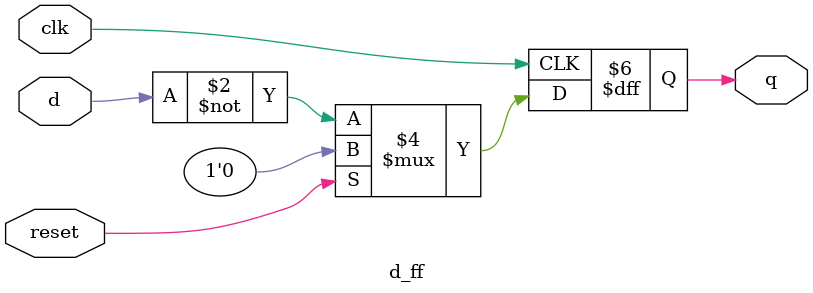
<source format=v>
module d_ff( input clk,reset,d,output reg q);

always@(posedge clk) begin
if(reset) begin
q<=1'b0;
end
else begin
q<=~d;
end
end
endmodule

</source>
